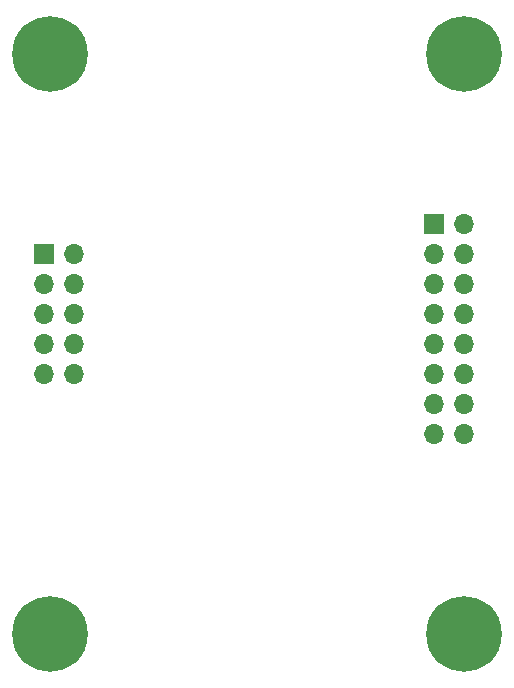
<source format=gbr>
%TF.GenerationSoftware,KiCad,Pcbnew,7.0.10*%
%TF.CreationDate,2024-06-09T22:37:06-03:00*%
%TF.ProjectId,level_translator_4ch,6c657665-6c5f-4747-9261-6e736c61746f,rev?*%
%TF.SameCoordinates,Original*%
%TF.FileFunction,Soldermask,Bot*%
%TF.FilePolarity,Negative*%
%FSLAX46Y46*%
G04 Gerber Fmt 4.6, Leading zero omitted, Abs format (unit mm)*
G04 Created by KiCad (PCBNEW 7.0.10) date 2024-06-09 22:37:06*
%MOMM*%
%LPD*%
G01*
G04 APERTURE LIST*
%ADD10C,6.400000*%
%ADD11R,1.700000X1.700000*%
%ADD12O,1.700000X1.700000*%
G04 APERTURE END LIST*
D10*
%TO.C,H1*%
X123012200Y-77063600D03*
%TD*%
%TO.C,H3*%
X158038800Y-77063600D03*
%TD*%
%TO.C,H2*%
X123012200Y-126187200D03*
%TD*%
D11*
%TO.C,J1*%
X155498800Y-91490800D03*
D12*
X158038800Y-91490800D03*
X155498800Y-94030800D03*
X158038800Y-94030800D03*
X155498800Y-96570800D03*
X158038800Y-96570800D03*
X155498800Y-99110800D03*
X158038800Y-99110800D03*
X155498800Y-101650800D03*
X158038800Y-101650800D03*
X155498800Y-104190800D03*
X158038800Y-104190800D03*
X155498800Y-106730800D03*
X158038800Y-106730800D03*
X155498800Y-109270800D03*
X158038800Y-109270800D03*
%TD*%
D11*
%TO.C,J2*%
X122478800Y-94030800D03*
D12*
X125018800Y-94030800D03*
X122478800Y-96570800D03*
X125018800Y-96570800D03*
X122478800Y-99110800D03*
X125018800Y-99110800D03*
X122478800Y-101650800D03*
X125018800Y-101650800D03*
X122478800Y-104190800D03*
X125018800Y-104190800D03*
%TD*%
D10*
%TO.C,H4*%
X158038800Y-126187200D03*
%TD*%
M02*

</source>
